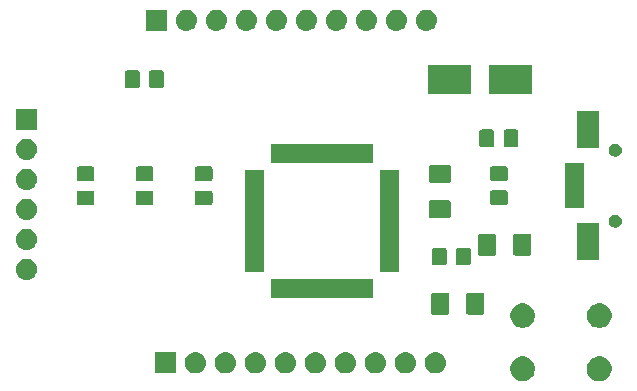
<source format=gbr>
G04 #@! TF.GenerationSoftware,KiCad,Pcbnew,5.0.2+dfsg1-1*
G04 #@! TF.CreationDate,2019-09-12T15:29:43-03:00*
G04 #@! TF.ProjectId,projeto1,70726f6a-6574-46f3-912e-6b696361645f,rev?*
G04 #@! TF.SameCoordinates,Original*
G04 #@! TF.FileFunction,Soldermask,Top*
G04 #@! TF.FilePolarity,Negative*
%FSLAX46Y46*%
G04 Gerber Fmt 4.6, Leading zero omitted, Abs format (unit mm)*
G04 Created by KiCad (PCBNEW 5.0.2+dfsg1-1) date qui 12 set 2019 15:29:43 -03*
%MOMM*%
%LPD*%
G01*
G04 APERTURE LIST*
%ADD10C,0.100000*%
G04 APERTURE END LIST*
D10*
G36*
X121806565Y-91489389D02*
X121997834Y-91568615D01*
X122169976Y-91683637D01*
X122316363Y-91830024D01*
X122431385Y-92002166D01*
X122510611Y-92193435D01*
X122551000Y-92396484D01*
X122551000Y-92603516D01*
X122510611Y-92806565D01*
X122431385Y-92997834D01*
X122316363Y-93169976D01*
X122169976Y-93316363D01*
X121997834Y-93431385D01*
X121806565Y-93510611D01*
X121603516Y-93551000D01*
X121396484Y-93551000D01*
X121193435Y-93510611D01*
X121002166Y-93431385D01*
X120830024Y-93316363D01*
X120683637Y-93169976D01*
X120568615Y-92997834D01*
X120489389Y-92806565D01*
X120449000Y-92603516D01*
X120449000Y-92396484D01*
X120489389Y-92193435D01*
X120568615Y-92002166D01*
X120683637Y-91830024D01*
X120830024Y-91683637D01*
X121002166Y-91568615D01*
X121193435Y-91489389D01*
X121396484Y-91449000D01*
X121603516Y-91449000D01*
X121806565Y-91489389D01*
X121806565Y-91489389D01*
G37*
G36*
X115306565Y-91489389D02*
X115497834Y-91568615D01*
X115669976Y-91683637D01*
X115816363Y-91830024D01*
X115931385Y-92002166D01*
X116010611Y-92193435D01*
X116051000Y-92396484D01*
X116051000Y-92603516D01*
X116010611Y-92806565D01*
X115931385Y-92997834D01*
X115816363Y-93169976D01*
X115669976Y-93316363D01*
X115497834Y-93431385D01*
X115306565Y-93510611D01*
X115103516Y-93551000D01*
X114896484Y-93551000D01*
X114693435Y-93510611D01*
X114502166Y-93431385D01*
X114330024Y-93316363D01*
X114183637Y-93169976D01*
X114068615Y-92997834D01*
X113989389Y-92806565D01*
X113949000Y-92603516D01*
X113949000Y-92396484D01*
X113989389Y-92193435D01*
X114068615Y-92002166D01*
X114183637Y-91830024D01*
X114330024Y-91683637D01*
X114502166Y-91568615D01*
X114693435Y-91489389D01*
X114896484Y-91449000D01*
X115103516Y-91449000D01*
X115306565Y-91489389D01*
X115306565Y-91489389D01*
G37*
G36*
X85661000Y-92901000D02*
X83859000Y-92901000D01*
X83859000Y-91099000D01*
X85661000Y-91099000D01*
X85661000Y-92901000D01*
X85661000Y-92901000D01*
G37*
G36*
X87410442Y-91105518D02*
X87476627Y-91112037D01*
X87589853Y-91146384D01*
X87646467Y-91163557D01*
X87785087Y-91237652D01*
X87802991Y-91247222D01*
X87838729Y-91276552D01*
X87940186Y-91359814D01*
X88013378Y-91449000D01*
X88052778Y-91497009D01*
X88052779Y-91497011D01*
X88136443Y-91653533D01*
X88136443Y-91653534D01*
X88187963Y-91823373D01*
X88205359Y-92000000D01*
X88187963Y-92176627D01*
X88182864Y-92193435D01*
X88136443Y-92346467D01*
X88109708Y-92396484D01*
X88052778Y-92502991D01*
X88023448Y-92538729D01*
X87940186Y-92640186D01*
X87838729Y-92723448D01*
X87802991Y-92752778D01*
X87802989Y-92752779D01*
X87646467Y-92836443D01*
X87589853Y-92853616D01*
X87476627Y-92887963D01*
X87410443Y-92894481D01*
X87344260Y-92901000D01*
X87255740Y-92901000D01*
X87189557Y-92894481D01*
X87123373Y-92887963D01*
X87010147Y-92853616D01*
X86953533Y-92836443D01*
X86797011Y-92752779D01*
X86797009Y-92752778D01*
X86761271Y-92723448D01*
X86659814Y-92640186D01*
X86576552Y-92538729D01*
X86547222Y-92502991D01*
X86490292Y-92396484D01*
X86463557Y-92346467D01*
X86417136Y-92193435D01*
X86412037Y-92176627D01*
X86394641Y-92000000D01*
X86412037Y-91823373D01*
X86463557Y-91653534D01*
X86463557Y-91653533D01*
X86547221Y-91497011D01*
X86547222Y-91497009D01*
X86586622Y-91449000D01*
X86659814Y-91359814D01*
X86761271Y-91276552D01*
X86797009Y-91247222D01*
X86814913Y-91237652D01*
X86953533Y-91163557D01*
X87010147Y-91146384D01*
X87123373Y-91112037D01*
X87189558Y-91105518D01*
X87255740Y-91099000D01*
X87344260Y-91099000D01*
X87410442Y-91105518D01*
X87410442Y-91105518D01*
G37*
G36*
X89950442Y-91105518D02*
X90016627Y-91112037D01*
X90129853Y-91146384D01*
X90186467Y-91163557D01*
X90325087Y-91237652D01*
X90342991Y-91247222D01*
X90378729Y-91276552D01*
X90480186Y-91359814D01*
X90553378Y-91449000D01*
X90592778Y-91497009D01*
X90592779Y-91497011D01*
X90676443Y-91653533D01*
X90676443Y-91653534D01*
X90727963Y-91823373D01*
X90745359Y-92000000D01*
X90727963Y-92176627D01*
X90722864Y-92193435D01*
X90676443Y-92346467D01*
X90649708Y-92396484D01*
X90592778Y-92502991D01*
X90563448Y-92538729D01*
X90480186Y-92640186D01*
X90378729Y-92723448D01*
X90342991Y-92752778D01*
X90342989Y-92752779D01*
X90186467Y-92836443D01*
X90129853Y-92853616D01*
X90016627Y-92887963D01*
X89950443Y-92894481D01*
X89884260Y-92901000D01*
X89795740Y-92901000D01*
X89729557Y-92894481D01*
X89663373Y-92887963D01*
X89550147Y-92853616D01*
X89493533Y-92836443D01*
X89337011Y-92752779D01*
X89337009Y-92752778D01*
X89301271Y-92723448D01*
X89199814Y-92640186D01*
X89116552Y-92538729D01*
X89087222Y-92502991D01*
X89030292Y-92396484D01*
X89003557Y-92346467D01*
X88957136Y-92193435D01*
X88952037Y-92176627D01*
X88934641Y-92000000D01*
X88952037Y-91823373D01*
X89003557Y-91653534D01*
X89003557Y-91653533D01*
X89087221Y-91497011D01*
X89087222Y-91497009D01*
X89126622Y-91449000D01*
X89199814Y-91359814D01*
X89301271Y-91276552D01*
X89337009Y-91247222D01*
X89354913Y-91237652D01*
X89493533Y-91163557D01*
X89550147Y-91146384D01*
X89663373Y-91112037D01*
X89729558Y-91105518D01*
X89795740Y-91099000D01*
X89884260Y-91099000D01*
X89950442Y-91105518D01*
X89950442Y-91105518D01*
G37*
G36*
X92490442Y-91105518D02*
X92556627Y-91112037D01*
X92669853Y-91146384D01*
X92726467Y-91163557D01*
X92865087Y-91237652D01*
X92882991Y-91247222D01*
X92918729Y-91276552D01*
X93020186Y-91359814D01*
X93093378Y-91449000D01*
X93132778Y-91497009D01*
X93132779Y-91497011D01*
X93216443Y-91653533D01*
X93216443Y-91653534D01*
X93267963Y-91823373D01*
X93285359Y-92000000D01*
X93267963Y-92176627D01*
X93262864Y-92193435D01*
X93216443Y-92346467D01*
X93189708Y-92396484D01*
X93132778Y-92502991D01*
X93103448Y-92538729D01*
X93020186Y-92640186D01*
X92918729Y-92723448D01*
X92882991Y-92752778D01*
X92882989Y-92752779D01*
X92726467Y-92836443D01*
X92669853Y-92853616D01*
X92556627Y-92887963D01*
X92490443Y-92894481D01*
X92424260Y-92901000D01*
X92335740Y-92901000D01*
X92269557Y-92894481D01*
X92203373Y-92887963D01*
X92090147Y-92853616D01*
X92033533Y-92836443D01*
X91877011Y-92752779D01*
X91877009Y-92752778D01*
X91841271Y-92723448D01*
X91739814Y-92640186D01*
X91656552Y-92538729D01*
X91627222Y-92502991D01*
X91570292Y-92396484D01*
X91543557Y-92346467D01*
X91497136Y-92193435D01*
X91492037Y-92176627D01*
X91474641Y-92000000D01*
X91492037Y-91823373D01*
X91543557Y-91653534D01*
X91543557Y-91653533D01*
X91627221Y-91497011D01*
X91627222Y-91497009D01*
X91666622Y-91449000D01*
X91739814Y-91359814D01*
X91841271Y-91276552D01*
X91877009Y-91247222D01*
X91894913Y-91237652D01*
X92033533Y-91163557D01*
X92090147Y-91146384D01*
X92203373Y-91112037D01*
X92269558Y-91105518D01*
X92335740Y-91099000D01*
X92424260Y-91099000D01*
X92490442Y-91105518D01*
X92490442Y-91105518D01*
G37*
G36*
X95030442Y-91105518D02*
X95096627Y-91112037D01*
X95209853Y-91146384D01*
X95266467Y-91163557D01*
X95405087Y-91237652D01*
X95422991Y-91247222D01*
X95458729Y-91276552D01*
X95560186Y-91359814D01*
X95633378Y-91449000D01*
X95672778Y-91497009D01*
X95672779Y-91497011D01*
X95756443Y-91653533D01*
X95756443Y-91653534D01*
X95807963Y-91823373D01*
X95825359Y-92000000D01*
X95807963Y-92176627D01*
X95802864Y-92193435D01*
X95756443Y-92346467D01*
X95729708Y-92396484D01*
X95672778Y-92502991D01*
X95643448Y-92538729D01*
X95560186Y-92640186D01*
X95458729Y-92723448D01*
X95422991Y-92752778D01*
X95422989Y-92752779D01*
X95266467Y-92836443D01*
X95209853Y-92853616D01*
X95096627Y-92887963D01*
X95030443Y-92894481D01*
X94964260Y-92901000D01*
X94875740Y-92901000D01*
X94809557Y-92894481D01*
X94743373Y-92887963D01*
X94630147Y-92853616D01*
X94573533Y-92836443D01*
X94417011Y-92752779D01*
X94417009Y-92752778D01*
X94381271Y-92723448D01*
X94279814Y-92640186D01*
X94196552Y-92538729D01*
X94167222Y-92502991D01*
X94110292Y-92396484D01*
X94083557Y-92346467D01*
X94037136Y-92193435D01*
X94032037Y-92176627D01*
X94014641Y-92000000D01*
X94032037Y-91823373D01*
X94083557Y-91653534D01*
X94083557Y-91653533D01*
X94167221Y-91497011D01*
X94167222Y-91497009D01*
X94206622Y-91449000D01*
X94279814Y-91359814D01*
X94381271Y-91276552D01*
X94417009Y-91247222D01*
X94434913Y-91237652D01*
X94573533Y-91163557D01*
X94630147Y-91146384D01*
X94743373Y-91112037D01*
X94809558Y-91105518D01*
X94875740Y-91099000D01*
X94964260Y-91099000D01*
X95030442Y-91105518D01*
X95030442Y-91105518D01*
G37*
G36*
X97570442Y-91105518D02*
X97636627Y-91112037D01*
X97749853Y-91146384D01*
X97806467Y-91163557D01*
X97945087Y-91237652D01*
X97962991Y-91247222D01*
X97998729Y-91276552D01*
X98100186Y-91359814D01*
X98173378Y-91449000D01*
X98212778Y-91497009D01*
X98212779Y-91497011D01*
X98296443Y-91653533D01*
X98296443Y-91653534D01*
X98347963Y-91823373D01*
X98365359Y-92000000D01*
X98347963Y-92176627D01*
X98342864Y-92193435D01*
X98296443Y-92346467D01*
X98269708Y-92396484D01*
X98212778Y-92502991D01*
X98183448Y-92538729D01*
X98100186Y-92640186D01*
X97998729Y-92723448D01*
X97962991Y-92752778D01*
X97962989Y-92752779D01*
X97806467Y-92836443D01*
X97749853Y-92853616D01*
X97636627Y-92887963D01*
X97570443Y-92894481D01*
X97504260Y-92901000D01*
X97415740Y-92901000D01*
X97349557Y-92894481D01*
X97283373Y-92887963D01*
X97170147Y-92853616D01*
X97113533Y-92836443D01*
X96957011Y-92752779D01*
X96957009Y-92752778D01*
X96921271Y-92723448D01*
X96819814Y-92640186D01*
X96736552Y-92538729D01*
X96707222Y-92502991D01*
X96650292Y-92396484D01*
X96623557Y-92346467D01*
X96577136Y-92193435D01*
X96572037Y-92176627D01*
X96554641Y-92000000D01*
X96572037Y-91823373D01*
X96623557Y-91653534D01*
X96623557Y-91653533D01*
X96707221Y-91497011D01*
X96707222Y-91497009D01*
X96746622Y-91449000D01*
X96819814Y-91359814D01*
X96921271Y-91276552D01*
X96957009Y-91247222D01*
X96974913Y-91237652D01*
X97113533Y-91163557D01*
X97170147Y-91146384D01*
X97283373Y-91112037D01*
X97349558Y-91105518D01*
X97415740Y-91099000D01*
X97504260Y-91099000D01*
X97570442Y-91105518D01*
X97570442Y-91105518D01*
G37*
G36*
X100110442Y-91105518D02*
X100176627Y-91112037D01*
X100289853Y-91146384D01*
X100346467Y-91163557D01*
X100485087Y-91237652D01*
X100502991Y-91247222D01*
X100538729Y-91276552D01*
X100640186Y-91359814D01*
X100713378Y-91449000D01*
X100752778Y-91497009D01*
X100752779Y-91497011D01*
X100836443Y-91653533D01*
X100836443Y-91653534D01*
X100887963Y-91823373D01*
X100905359Y-92000000D01*
X100887963Y-92176627D01*
X100882864Y-92193435D01*
X100836443Y-92346467D01*
X100809708Y-92396484D01*
X100752778Y-92502991D01*
X100723448Y-92538729D01*
X100640186Y-92640186D01*
X100538729Y-92723448D01*
X100502991Y-92752778D01*
X100502989Y-92752779D01*
X100346467Y-92836443D01*
X100289853Y-92853616D01*
X100176627Y-92887963D01*
X100110443Y-92894481D01*
X100044260Y-92901000D01*
X99955740Y-92901000D01*
X99889557Y-92894481D01*
X99823373Y-92887963D01*
X99710147Y-92853616D01*
X99653533Y-92836443D01*
X99497011Y-92752779D01*
X99497009Y-92752778D01*
X99461271Y-92723448D01*
X99359814Y-92640186D01*
X99276552Y-92538729D01*
X99247222Y-92502991D01*
X99190292Y-92396484D01*
X99163557Y-92346467D01*
X99117136Y-92193435D01*
X99112037Y-92176627D01*
X99094641Y-92000000D01*
X99112037Y-91823373D01*
X99163557Y-91653534D01*
X99163557Y-91653533D01*
X99247221Y-91497011D01*
X99247222Y-91497009D01*
X99286622Y-91449000D01*
X99359814Y-91359814D01*
X99461271Y-91276552D01*
X99497009Y-91247222D01*
X99514913Y-91237652D01*
X99653533Y-91163557D01*
X99710147Y-91146384D01*
X99823373Y-91112037D01*
X99889558Y-91105518D01*
X99955740Y-91099000D01*
X100044260Y-91099000D01*
X100110442Y-91105518D01*
X100110442Y-91105518D01*
G37*
G36*
X102650442Y-91105518D02*
X102716627Y-91112037D01*
X102829853Y-91146384D01*
X102886467Y-91163557D01*
X103025087Y-91237652D01*
X103042991Y-91247222D01*
X103078729Y-91276552D01*
X103180186Y-91359814D01*
X103253378Y-91449000D01*
X103292778Y-91497009D01*
X103292779Y-91497011D01*
X103376443Y-91653533D01*
X103376443Y-91653534D01*
X103427963Y-91823373D01*
X103445359Y-92000000D01*
X103427963Y-92176627D01*
X103422864Y-92193435D01*
X103376443Y-92346467D01*
X103349708Y-92396484D01*
X103292778Y-92502991D01*
X103263448Y-92538729D01*
X103180186Y-92640186D01*
X103078729Y-92723448D01*
X103042991Y-92752778D01*
X103042989Y-92752779D01*
X102886467Y-92836443D01*
X102829853Y-92853616D01*
X102716627Y-92887963D01*
X102650443Y-92894481D01*
X102584260Y-92901000D01*
X102495740Y-92901000D01*
X102429557Y-92894481D01*
X102363373Y-92887963D01*
X102250147Y-92853616D01*
X102193533Y-92836443D01*
X102037011Y-92752779D01*
X102037009Y-92752778D01*
X102001271Y-92723448D01*
X101899814Y-92640186D01*
X101816552Y-92538729D01*
X101787222Y-92502991D01*
X101730292Y-92396484D01*
X101703557Y-92346467D01*
X101657136Y-92193435D01*
X101652037Y-92176627D01*
X101634641Y-92000000D01*
X101652037Y-91823373D01*
X101703557Y-91653534D01*
X101703557Y-91653533D01*
X101787221Y-91497011D01*
X101787222Y-91497009D01*
X101826622Y-91449000D01*
X101899814Y-91359814D01*
X102001271Y-91276552D01*
X102037009Y-91247222D01*
X102054913Y-91237652D01*
X102193533Y-91163557D01*
X102250147Y-91146384D01*
X102363373Y-91112037D01*
X102429558Y-91105518D01*
X102495740Y-91099000D01*
X102584260Y-91099000D01*
X102650442Y-91105518D01*
X102650442Y-91105518D01*
G37*
G36*
X105190442Y-91105518D02*
X105256627Y-91112037D01*
X105369853Y-91146384D01*
X105426467Y-91163557D01*
X105565087Y-91237652D01*
X105582991Y-91247222D01*
X105618729Y-91276552D01*
X105720186Y-91359814D01*
X105793378Y-91449000D01*
X105832778Y-91497009D01*
X105832779Y-91497011D01*
X105916443Y-91653533D01*
X105916443Y-91653534D01*
X105967963Y-91823373D01*
X105985359Y-92000000D01*
X105967963Y-92176627D01*
X105962864Y-92193435D01*
X105916443Y-92346467D01*
X105889708Y-92396484D01*
X105832778Y-92502991D01*
X105803448Y-92538729D01*
X105720186Y-92640186D01*
X105618729Y-92723448D01*
X105582991Y-92752778D01*
X105582989Y-92752779D01*
X105426467Y-92836443D01*
X105369853Y-92853616D01*
X105256627Y-92887963D01*
X105190443Y-92894481D01*
X105124260Y-92901000D01*
X105035740Y-92901000D01*
X104969557Y-92894481D01*
X104903373Y-92887963D01*
X104790147Y-92853616D01*
X104733533Y-92836443D01*
X104577011Y-92752779D01*
X104577009Y-92752778D01*
X104541271Y-92723448D01*
X104439814Y-92640186D01*
X104356552Y-92538729D01*
X104327222Y-92502991D01*
X104270292Y-92396484D01*
X104243557Y-92346467D01*
X104197136Y-92193435D01*
X104192037Y-92176627D01*
X104174641Y-92000000D01*
X104192037Y-91823373D01*
X104243557Y-91653534D01*
X104243557Y-91653533D01*
X104327221Y-91497011D01*
X104327222Y-91497009D01*
X104366622Y-91449000D01*
X104439814Y-91359814D01*
X104541271Y-91276552D01*
X104577009Y-91247222D01*
X104594913Y-91237652D01*
X104733533Y-91163557D01*
X104790147Y-91146384D01*
X104903373Y-91112037D01*
X104969558Y-91105518D01*
X105035740Y-91099000D01*
X105124260Y-91099000D01*
X105190442Y-91105518D01*
X105190442Y-91105518D01*
G37*
G36*
X107730442Y-91105518D02*
X107796627Y-91112037D01*
X107909853Y-91146384D01*
X107966467Y-91163557D01*
X108105087Y-91237652D01*
X108122991Y-91247222D01*
X108158729Y-91276552D01*
X108260186Y-91359814D01*
X108333378Y-91449000D01*
X108372778Y-91497009D01*
X108372779Y-91497011D01*
X108456443Y-91653533D01*
X108456443Y-91653534D01*
X108507963Y-91823373D01*
X108525359Y-92000000D01*
X108507963Y-92176627D01*
X108502864Y-92193435D01*
X108456443Y-92346467D01*
X108429708Y-92396484D01*
X108372778Y-92502991D01*
X108343448Y-92538729D01*
X108260186Y-92640186D01*
X108158729Y-92723448D01*
X108122991Y-92752778D01*
X108122989Y-92752779D01*
X107966467Y-92836443D01*
X107909853Y-92853616D01*
X107796627Y-92887963D01*
X107730443Y-92894481D01*
X107664260Y-92901000D01*
X107575740Y-92901000D01*
X107509557Y-92894481D01*
X107443373Y-92887963D01*
X107330147Y-92853616D01*
X107273533Y-92836443D01*
X107117011Y-92752779D01*
X107117009Y-92752778D01*
X107081271Y-92723448D01*
X106979814Y-92640186D01*
X106896552Y-92538729D01*
X106867222Y-92502991D01*
X106810292Y-92396484D01*
X106783557Y-92346467D01*
X106737136Y-92193435D01*
X106732037Y-92176627D01*
X106714641Y-92000000D01*
X106732037Y-91823373D01*
X106783557Y-91653534D01*
X106783557Y-91653533D01*
X106867221Y-91497011D01*
X106867222Y-91497009D01*
X106906622Y-91449000D01*
X106979814Y-91359814D01*
X107081271Y-91276552D01*
X107117009Y-91247222D01*
X107134913Y-91237652D01*
X107273533Y-91163557D01*
X107330147Y-91146384D01*
X107443373Y-91112037D01*
X107509558Y-91105518D01*
X107575740Y-91099000D01*
X107664260Y-91099000D01*
X107730442Y-91105518D01*
X107730442Y-91105518D01*
G37*
G36*
X115306565Y-86989389D02*
X115497834Y-87068615D01*
X115669976Y-87183637D01*
X115816363Y-87330024D01*
X115931385Y-87502166D01*
X116010611Y-87693435D01*
X116051000Y-87896484D01*
X116051000Y-88103516D01*
X116010611Y-88306565D01*
X115931385Y-88497834D01*
X115816363Y-88669976D01*
X115669976Y-88816363D01*
X115497834Y-88931385D01*
X115306565Y-89010611D01*
X115103516Y-89051000D01*
X114896484Y-89051000D01*
X114693435Y-89010611D01*
X114502166Y-88931385D01*
X114330024Y-88816363D01*
X114183637Y-88669976D01*
X114068615Y-88497834D01*
X113989389Y-88306565D01*
X113949000Y-88103516D01*
X113949000Y-87896484D01*
X113989389Y-87693435D01*
X114068615Y-87502166D01*
X114183637Y-87330024D01*
X114330024Y-87183637D01*
X114502166Y-87068615D01*
X114693435Y-86989389D01*
X114896484Y-86949000D01*
X115103516Y-86949000D01*
X115306565Y-86989389D01*
X115306565Y-86989389D01*
G37*
G36*
X121806565Y-86989389D02*
X121997834Y-87068615D01*
X122169976Y-87183637D01*
X122316363Y-87330024D01*
X122431385Y-87502166D01*
X122510611Y-87693435D01*
X122551000Y-87896484D01*
X122551000Y-88103516D01*
X122510611Y-88306565D01*
X122431385Y-88497834D01*
X122316363Y-88669976D01*
X122169976Y-88816363D01*
X121997834Y-88931385D01*
X121806565Y-89010611D01*
X121603516Y-89051000D01*
X121396484Y-89051000D01*
X121193435Y-89010611D01*
X121002166Y-88931385D01*
X120830024Y-88816363D01*
X120683637Y-88669976D01*
X120568615Y-88497834D01*
X120489389Y-88306565D01*
X120449000Y-88103516D01*
X120449000Y-87896484D01*
X120489389Y-87693435D01*
X120568615Y-87502166D01*
X120683637Y-87330024D01*
X120830024Y-87183637D01*
X121002166Y-87068615D01*
X121193435Y-86989389D01*
X121396484Y-86949000D01*
X121603516Y-86949000D01*
X121806565Y-86989389D01*
X121806565Y-86989389D01*
G37*
G36*
X108638062Y-86078181D02*
X108672977Y-86088773D01*
X108705165Y-86105978D01*
X108733373Y-86129127D01*
X108756522Y-86157335D01*
X108773727Y-86189523D01*
X108784319Y-86224438D01*
X108788500Y-86266895D01*
X108788500Y-87733105D01*
X108784319Y-87775562D01*
X108773727Y-87810477D01*
X108756522Y-87842665D01*
X108733373Y-87870873D01*
X108705165Y-87894022D01*
X108672977Y-87911227D01*
X108638062Y-87921819D01*
X108595605Y-87926000D01*
X107454395Y-87926000D01*
X107411938Y-87921819D01*
X107377023Y-87911227D01*
X107344835Y-87894022D01*
X107316627Y-87870873D01*
X107293478Y-87842665D01*
X107276273Y-87810477D01*
X107265681Y-87775562D01*
X107261500Y-87733105D01*
X107261500Y-86266895D01*
X107265681Y-86224438D01*
X107276273Y-86189523D01*
X107293478Y-86157335D01*
X107316627Y-86129127D01*
X107344835Y-86105978D01*
X107377023Y-86088773D01*
X107411938Y-86078181D01*
X107454395Y-86074000D01*
X108595605Y-86074000D01*
X108638062Y-86078181D01*
X108638062Y-86078181D01*
G37*
G36*
X111613062Y-86078181D02*
X111647977Y-86088773D01*
X111680165Y-86105978D01*
X111708373Y-86129127D01*
X111731522Y-86157335D01*
X111748727Y-86189523D01*
X111759319Y-86224438D01*
X111763500Y-86266895D01*
X111763500Y-87733105D01*
X111759319Y-87775562D01*
X111748727Y-87810477D01*
X111731522Y-87842665D01*
X111708373Y-87870873D01*
X111680165Y-87894022D01*
X111647977Y-87911227D01*
X111613062Y-87921819D01*
X111570605Y-87926000D01*
X110429395Y-87926000D01*
X110386938Y-87921819D01*
X110352023Y-87911227D01*
X110319835Y-87894022D01*
X110291627Y-87870873D01*
X110268478Y-87842665D01*
X110251273Y-87810477D01*
X110240681Y-87775562D01*
X110236500Y-87733105D01*
X110236500Y-86266895D01*
X110240681Y-86224438D01*
X110251273Y-86189523D01*
X110268478Y-86157335D01*
X110291627Y-86129127D01*
X110319835Y-86105978D01*
X110352023Y-86088773D01*
X110386938Y-86078181D01*
X110429395Y-86074000D01*
X111570605Y-86074000D01*
X111613062Y-86078181D01*
X111613062Y-86078181D01*
G37*
G36*
X102326000Y-86501000D02*
X93674000Y-86501000D01*
X93674000Y-84899000D01*
X102326000Y-84899000D01*
X102326000Y-86501000D01*
X102326000Y-86501000D01*
G37*
G36*
X73110442Y-83185518D02*
X73176627Y-83192037D01*
X73289853Y-83226384D01*
X73346467Y-83243557D01*
X73485087Y-83317652D01*
X73502991Y-83327222D01*
X73538729Y-83356552D01*
X73640186Y-83439814D01*
X73710916Y-83526000D01*
X73752778Y-83577009D01*
X73752779Y-83577011D01*
X73836443Y-83733533D01*
X73836443Y-83733534D01*
X73887963Y-83903373D01*
X73905359Y-84080000D01*
X73887963Y-84256627D01*
X73866919Y-84326000D01*
X73836443Y-84426467D01*
X73762348Y-84565087D01*
X73752778Y-84582991D01*
X73723448Y-84618729D01*
X73640186Y-84720186D01*
X73538729Y-84803448D01*
X73502991Y-84832778D01*
X73502989Y-84832779D01*
X73346467Y-84916443D01*
X73289853Y-84933616D01*
X73176627Y-84967963D01*
X73110443Y-84974481D01*
X73044260Y-84981000D01*
X72955740Y-84981000D01*
X72889557Y-84974481D01*
X72823373Y-84967963D01*
X72710147Y-84933616D01*
X72653533Y-84916443D01*
X72497011Y-84832779D01*
X72497009Y-84832778D01*
X72461271Y-84803448D01*
X72359814Y-84720186D01*
X72276552Y-84618729D01*
X72247222Y-84582991D01*
X72237652Y-84565087D01*
X72163557Y-84426467D01*
X72133081Y-84326000D01*
X72112037Y-84256627D01*
X72094641Y-84080000D01*
X72112037Y-83903373D01*
X72163557Y-83733534D01*
X72163557Y-83733533D01*
X72247221Y-83577011D01*
X72247222Y-83577009D01*
X72289084Y-83526000D01*
X72359814Y-83439814D01*
X72461271Y-83356552D01*
X72497009Y-83327222D01*
X72514913Y-83317652D01*
X72653533Y-83243557D01*
X72710147Y-83226384D01*
X72823373Y-83192037D01*
X72889558Y-83185518D01*
X72955740Y-83179000D01*
X73044260Y-83179000D01*
X73110442Y-83185518D01*
X73110442Y-83185518D01*
G37*
G36*
X93101000Y-84326000D02*
X91499000Y-84326000D01*
X91499000Y-75674000D01*
X93101000Y-75674000D01*
X93101000Y-84326000D01*
X93101000Y-84326000D01*
G37*
G36*
X104501000Y-84326000D02*
X102899000Y-84326000D01*
X102899000Y-75674000D01*
X104501000Y-75674000D01*
X104501000Y-84326000D01*
X104501000Y-84326000D01*
G37*
G36*
X108413677Y-82253465D02*
X108451364Y-82264898D01*
X108486103Y-82283466D01*
X108516548Y-82308452D01*
X108541534Y-82338897D01*
X108560102Y-82373636D01*
X108571535Y-82411323D01*
X108576000Y-82456661D01*
X108576000Y-83543339D01*
X108571535Y-83588677D01*
X108560102Y-83626364D01*
X108541534Y-83661103D01*
X108516548Y-83691548D01*
X108486103Y-83716534D01*
X108451364Y-83735102D01*
X108413677Y-83746535D01*
X108368339Y-83751000D01*
X107531661Y-83751000D01*
X107486323Y-83746535D01*
X107448636Y-83735102D01*
X107413897Y-83716534D01*
X107383452Y-83691548D01*
X107358466Y-83661103D01*
X107339898Y-83626364D01*
X107328465Y-83588677D01*
X107324000Y-83543339D01*
X107324000Y-82456661D01*
X107328465Y-82411323D01*
X107339898Y-82373636D01*
X107358466Y-82338897D01*
X107383452Y-82308452D01*
X107413897Y-82283466D01*
X107448636Y-82264898D01*
X107486323Y-82253465D01*
X107531661Y-82249000D01*
X108368339Y-82249000D01*
X108413677Y-82253465D01*
X108413677Y-82253465D01*
G37*
G36*
X110463677Y-82253465D02*
X110501364Y-82264898D01*
X110536103Y-82283466D01*
X110566548Y-82308452D01*
X110591534Y-82338897D01*
X110610102Y-82373636D01*
X110621535Y-82411323D01*
X110626000Y-82456661D01*
X110626000Y-83543339D01*
X110621535Y-83588677D01*
X110610102Y-83626364D01*
X110591534Y-83661103D01*
X110566548Y-83691548D01*
X110536103Y-83716534D01*
X110501364Y-83735102D01*
X110463677Y-83746535D01*
X110418339Y-83751000D01*
X109581661Y-83751000D01*
X109536323Y-83746535D01*
X109498636Y-83735102D01*
X109463897Y-83716534D01*
X109433452Y-83691548D01*
X109408466Y-83661103D01*
X109389898Y-83626364D01*
X109378465Y-83588677D01*
X109374000Y-83543339D01*
X109374000Y-82456661D01*
X109378465Y-82411323D01*
X109389898Y-82373636D01*
X109408466Y-82338897D01*
X109433452Y-82308452D01*
X109463897Y-82283466D01*
X109498636Y-82264898D01*
X109536323Y-82253465D01*
X109581661Y-82249000D01*
X110418339Y-82249000D01*
X110463677Y-82253465D01*
X110463677Y-82253465D01*
G37*
G36*
X121501000Y-83301000D02*
X119599000Y-83301000D01*
X119599000Y-80199000D01*
X121501000Y-80199000D01*
X121501000Y-83301000D01*
X121501000Y-83301000D01*
G37*
G36*
X112613062Y-81078181D02*
X112647977Y-81088773D01*
X112680165Y-81105978D01*
X112708373Y-81129127D01*
X112731522Y-81157335D01*
X112748727Y-81189523D01*
X112759319Y-81224438D01*
X112763500Y-81266895D01*
X112763500Y-82733105D01*
X112759319Y-82775562D01*
X112748727Y-82810477D01*
X112731522Y-82842665D01*
X112708373Y-82870873D01*
X112680165Y-82894022D01*
X112647977Y-82911227D01*
X112613062Y-82921819D01*
X112570605Y-82926000D01*
X111429395Y-82926000D01*
X111386938Y-82921819D01*
X111352023Y-82911227D01*
X111319835Y-82894022D01*
X111291627Y-82870873D01*
X111268478Y-82842665D01*
X111251273Y-82810477D01*
X111240681Y-82775562D01*
X111236500Y-82733105D01*
X111236500Y-81266895D01*
X111240681Y-81224438D01*
X111251273Y-81189523D01*
X111268478Y-81157335D01*
X111291627Y-81129127D01*
X111319835Y-81105978D01*
X111352023Y-81088773D01*
X111386938Y-81078181D01*
X111429395Y-81074000D01*
X112570605Y-81074000D01*
X112613062Y-81078181D01*
X112613062Y-81078181D01*
G37*
G36*
X115588062Y-81078181D02*
X115622977Y-81088773D01*
X115655165Y-81105978D01*
X115683373Y-81129127D01*
X115706522Y-81157335D01*
X115723727Y-81189523D01*
X115734319Y-81224438D01*
X115738500Y-81266895D01*
X115738500Y-82733105D01*
X115734319Y-82775562D01*
X115723727Y-82810477D01*
X115706522Y-82842665D01*
X115683373Y-82870873D01*
X115655165Y-82894022D01*
X115622977Y-82911227D01*
X115588062Y-82921819D01*
X115545605Y-82926000D01*
X114404395Y-82926000D01*
X114361938Y-82921819D01*
X114327023Y-82911227D01*
X114294835Y-82894022D01*
X114266627Y-82870873D01*
X114243478Y-82842665D01*
X114226273Y-82810477D01*
X114215681Y-82775562D01*
X114211500Y-82733105D01*
X114211500Y-81266895D01*
X114215681Y-81224438D01*
X114226273Y-81189523D01*
X114243478Y-81157335D01*
X114266627Y-81129127D01*
X114294835Y-81105978D01*
X114327023Y-81088773D01*
X114361938Y-81078181D01*
X114404395Y-81074000D01*
X115545605Y-81074000D01*
X115588062Y-81078181D01*
X115588062Y-81078181D01*
G37*
G36*
X73110443Y-80645519D02*
X73176627Y-80652037D01*
X73289853Y-80686384D01*
X73346467Y-80703557D01*
X73485087Y-80777652D01*
X73502991Y-80787222D01*
X73538729Y-80816552D01*
X73640186Y-80899814D01*
X73723448Y-81001271D01*
X73752778Y-81037009D01*
X73752779Y-81037011D01*
X73836443Y-81193533D01*
X73836443Y-81193534D01*
X73887963Y-81363373D01*
X73905359Y-81540000D01*
X73887963Y-81716627D01*
X73853616Y-81829853D01*
X73836443Y-81886467D01*
X73762348Y-82025087D01*
X73752778Y-82042991D01*
X73727329Y-82074000D01*
X73640186Y-82180186D01*
X73550894Y-82253465D01*
X73502991Y-82292778D01*
X73502989Y-82292779D01*
X73346467Y-82376443D01*
X73289853Y-82393616D01*
X73176627Y-82427963D01*
X73110442Y-82434482D01*
X73044260Y-82441000D01*
X72955740Y-82441000D01*
X72889558Y-82434482D01*
X72823373Y-82427963D01*
X72710147Y-82393616D01*
X72653533Y-82376443D01*
X72497011Y-82292779D01*
X72497009Y-82292778D01*
X72449106Y-82253465D01*
X72359814Y-82180186D01*
X72272671Y-82074000D01*
X72247222Y-82042991D01*
X72237652Y-82025087D01*
X72163557Y-81886467D01*
X72146384Y-81829853D01*
X72112037Y-81716627D01*
X72094641Y-81540000D01*
X72112037Y-81363373D01*
X72163557Y-81193534D01*
X72163557Y-81193533D01*
X72247221Y-81037011D01*
X72247222Y-81037009D01*
X72276552Y-81001271D01*
X72359814Y-80899814D01*
X72461271Y-80816552D01*
X72497009Y-80787222D01*
X72514913Y-80777652D01*
X72653533Y-80703557D01*
X72710147Y-80686384D01*
X72823373Y-80652037D01*
X72889557Y-80645519D01*
X72955740Y-80639000D01*
X73044260Y-80639000D01*
X73110443Y-80645519D01*
X73110443Y-80645519D01*
G37*
G36*
X123010721Y-79470174D02*
X123110995Y-79511709D01*
X123201245Y-79572012D01*
X123277988Y-79648755D01*
X123338291Y-79739005D01*
X123379826Y-79839279D01*
X123401000Y-79945730D01*
X123401000Y-80054270D01*
X123379826Y-80160721D01*
X123338291Y-80260995D01*
X123277988Y-80351245D01*
X123201245Y-80427988D01*
X123110995Y-80488291D01*
X123010721Y-80529826D01*
X122904270Y-80551000D01*
X122795730Y-80551000D01*
X122689279Y-80529826D01*
X122589005Y-80488291D01*
X122498755Y-80427988D01*
X122422012Y-80351245D01*
X122361709Y-80260995D01*
X122320174Y-80160721D01*
X122299000Y-80054270D01*
X122299000Y-79945730D01*
X122320174Y-79839279D01*
X122361709Y-79739005D01*
X122422012Y-79648755D01*
X122498755Y-79572012D01*
X122589005Y-79511709D01*
X122689279Y-79470174D01*
X122795730Y-79449000D01*
X122904270Y-79449000D01*
X123010721Y-79470174D01*
X123010721Y-79470174D01*
G37*
G36*
X73110442Y-78105518D02*
X73176627Y-78112037D01*
X73289853Y-78146384D01*
X73346467Y-78163557D01*
X73482932Y-78236500D01*
X73502991Y-78247222D01*
X73528891Y-78268478D01*
X73640186Y-78359814D01*
X73699365Y-78431925D01*
X73752778Y-78497009D01*
X73752779Y-78497011D01*
X73836443Y-78653533D01*
X73841904Y-78671535D01*
X73887963Y-78823373D01*
X73905359Y-79000000D01*
X73887963Y-79176627D01*
X73853616Y-79289853D01*
X73836443Y-79346467D01*
X73781637Y-79449000D01*
X73752778Y-79502991D01*
X73745623Y-79511709D01*
X73640186Y-79640186D01*
X73544939Y-79718352D01*
X73502991Y-79752778D01*
X73502989Y-79752779D01*
X73346467Y-79836443D01*
X73289853Y-79853616D01*
X73176627Y-79887963D01*
X73110442Y-79894482D01*
X73044260Y-79901000D01*
X72955740Y-79901000D01*
X72889558Y-79894482D01*
X72823373Y-79887963D01*
X72710147Y-79853616D01*
X72653533Y-79836443D01*
X72497011Y-79752779D01*
X72497009Y-79752778D01*
X72455061Y-79718352D01*
X72359814Y-79640186D01*
X72254377Y-79511709D01*
X72247222Y-79502991D01*
X72218363Y-79449000D01*
X72163557Y-79346467D01*
X72146384Y-79289853D01*
X72112037Y-79176627D01*
X72094641Y-79000000D01*
X72112037Y-78823373D01*
X72158096Y-78671535D01*
X72163557Y-78653533D01*
X72247221Y-78497011D01*
X72247222Y-78497009D01*
X72300635Y-78431925D01*
X72359814Y-78359814D01*
X72471109Y-78268478D01*
X72497009Y-78247222D01*
X72517068Y-78236500D01*
X72653533Y-78163557D01*
X72710147Y-78146384D01*
X72823373Y-78112037D01*
X72889558Y-78105518D01*
X72955740Y-78099000D01*
X73044260Y-78099000D01*
X73110442Y-78105518D01*
X73110442Y-78105518D01*
G37*
G36*
X108775562Y-78240681D02*
X108810477Y-78251273D01*
X108842665Y-78268478D01*
X108870873Y-78291627D01*
X108894022Y-78319835D01*
X108911227Y-78352023D01*
X108921819Y-78386938D01*
X108926000Y-78429395D01*
X108926000Y-79570605D01*
X108921819Y-79613062D01*
X108911227Y-79647977D01*
X108894022Y-79680165D01*
X108870873Y-79708373D01*
X108842665Y-79731522D01*
X108810477Y-79748727D01*
X108775562Y-79759319D01*
X108733105Y-79763500D01*
X107266895Y-79763500D01*
X107224438Y-79759319D01*
X107189523Y-79748727D01*
X107157335Y-79731522D01*
X107129127Y-79708373D01*
X107105978Y-79680165D01*
X107088773Y-79647977D01*
X107078181Y-79613062D01*
X107074000Y-79570605D01*
X107074000Y-78429395D01*
X107078181Y-78386938D01*
X107088773Y-78352023D01*
X107105978Y-78319835D01*
X107129127Y-78291627D01*
X107157335Y-78268478D01*
X107189523Y-78251273D01*
X107224438Y-78240681D01*
X107266895Y-78236500D01*
X108733105Y-78236500D01*
X108775562Y-78240681D01*
X108775562Y-78240681D01*
G37*
G36*
X120201000Y-78901000D02*
X118599000Y-78901000D01*
X118599000Y-75099000D01*
X120201000Y-75099000D01*
X120201000Y-78901000D01*
X120201000Y-78901000D01*
G37*
G36*
X88588677Y-77428465D02*
X88626364Y-77439898D01*
X88661103Y-77458466D01*
X88691548Y-77483452D01*
X88716534Y-77513897D01*
X88735102Y-77548636D01*
X88746535Y-77586323D01*
X88751000Y-77631661D01*
X88751000Y-78468339D01*
X88746535Y-78513677D01*
X88735102Y-78551364D01*
X88716534Y-78586103D01*
X88691548Y-78616548D01*
X88661103Y-78641534D01*
X88626364Y-78660102D01*
X88588677Y-78671535D01*
X88543339Y-78676000D01*
X87456661Y-78676000D01*
X87411323Y-78671535D01*
X87373636Y-78660102D01*
X87338897Y-78641534D01*
X87308452Y-78616548D01*
X87283466Y-78586103D01*
X87264898Y-78551364D01*
X87253465Y-78513677D01*
X87249000Y-78468339D01*
X87249000Y-77631661D01*
X87253465Y-77586323D01*
X87264898Y-77548636D01*
X87283466Y-77513897D01*
X87308452Y-77483452D01*
X87338897Y-77458466D01*
X87373636Y-77439898D01*
X87411323Y-77428465D01*
X87456661Y-77424000D01*
X88543339Y-77424000D01*
X88588677Y-77428465D01*
X88588677Y-77428465D01*
G37*
G36*
X78588677Y-77428465D02*
X78626364Y-77439898D01*
X78661103Y-77458466D01*
X78691548Y-77483452D01*
X78716534Y-77513897D01*
X78735102Y-77548636D01*
X78746535Y-77586323D01*
X78751000Y-77631661D01*
X78751000Y-78468339D01*
X78746535Y-78513677D01*
X78735102Y-78551364D01*
X78716534Y-78586103D01*
X78691548Y-78616548D01*
X78661103Y-78641534D01*
X78626364Y-78660102D01*
X78588677Y-78671535D01*
X78543339Y-78676000D01*
X77456661Y-78676000D01*
X77411323Y-78671535D01*
X77373636Y-78660102D01*
X77338897Y-78641534D01*
X77308452Y-78616548D01*
X77283466Y-78586103D01*
X77264898Y-78551364D01*
X77253465Y-78513677D01*
X77249000Y-78468339D01*
X77249000Y-77631661D01*
X77253465Y-77586323D01*
X77264898Y-77548636D01*
X77283466Y-77513897D01*
X77308452Y-77483452D01*
X77338897Y-77458466D01*
X77373636Y-77439898D01*
X77411323Y-77428465D01*
X77456661Y-77424000D01*
X78543339Y-77424000D01*
X78588677Y-77428465D01*
X78588677Y-77428465D01*
G37*
G36*
X83588677Y-77428465D02*
X83626364Y-77439898D01*
X83661103Y-77458466D01*
X83691548Y-77483452D01*
X83716534Y-77513897D01*
X83735102Y-77548636D01*
X83746535Y-77586323D01*
X83751000Y-77631661D01*
X83751000Y-78468339D01*
X83746535Y-78513677D01*
X83735102Y-78551364D01*
X83716534Y-78586103D01*
X83691548Y-78616548D01*
X83661103Y-78641534D01*
X83626364Y-78660102D01*
X83588677Y-78671535D01*
X83543339Y-78676000D01*
X82456661Y-78676000D01*
X82411323Y-78671535D01*
X82373636Y-78660102D01*
X82338897Y-78641534D01*
X82308452Y-78616548D01*
X82283466Y-78586103D01*
X82264898Y-78551364D01*
X82253465Y-78513677D01*
X82249000Y-78468339D01*
X82249000Y-77631661D01*
X82253465Y-77586323D01*
X82264898Y-77548636D01*
X82283466Y-77513897D01*
X82308452Y-77483452D01*
X82338897Y-77458466D01*
X82373636Y-77439898D01*
X82411323Y-77428465D01*
X82456661Y-77424000D01*
X83543339Y-77424000D01*
X83588677Y-77428465D01*
X83588677Y-77428465D01*
G37*
G36*
X113588677Y-77403465D02*
X113626364Y-77414898D01*
X113661103Y-77433466D01*
X113691548Y-77458452D01*
X113716534Y-77488897D01*
X113735102Y-77523636D01*
X113746535Y-77561323D01*
X113751000Y-77606661D01*
X113751000Y-78443339D01*
X113746535Y-78488677D01*
X113735102Y-78526364D01*
X113716534Y-78561103D01*
X113691548Y-78591548D01*
X113661103Y-78616534D01*
X113626364Y-78635102D01*
X113588677Y-78646535D01*
X113543339Y-78651000D01*
X112456661Y-78651000D01*
X112411323Y-78646535D01*
X112373636Y-78635102D01*
X112338897Y-78616534D01*
X112308452Y-78591548D01*
X112283466Y-78561103D01*
X112264898Y-78526364D01*
X112253465Y-78488677D01*
X112249000Y-78443339D01*
X112249000Y-77606661D01*
X112253465Y-77561323D01*
X112264898Y-77523636D01*
X112283466Y-77488897D01*
X112308452Y-77458452D01*
X112338897Y-77433466D01*
X112373636Y-77414898D01*
X112411323Y-77403465D01*
X112456661Y-77399000D01*
X113543339Y-77399000D01*
X113588677Y-77403465D01*
X113588677Y-77403465D01*
G37*
G36*
X73110443Y-75565519D02*
X73176627Y-75572037D01*
X73289853Y-75606384D01*
X73346467Y-75623557D01*
X73485087Y-75697652D01*
X73502991Y-75707222D01*
X73538729Y-75736552D01*
X73640186Y-75819814D01*
X73705171Y-75899000D01*
X73752778Y-75957009D01*
X73752779Y-75957011D01*
X73836443Y-76113533D01*
X73836443Y-76113534D01*
X73887963Y-76283373D01*
X73905359Y-76460000D01*
X73887963Y-76636627D01*
X73876936Y-76672977D01*
X73836443Y-76806467D01*
X73762348Y-76945087D01*
X73752778Y-76962991D01*
X73723448Y-76998729D01*
X73640186Y-77100186D01*
X73538729Y-77183448D01*
X73502991Y-77212778D01*
X73502989Y-77212779D01*
X73346467Y-77296443D01*
X73331444Y-77301000D01*
X73176627Y-77347963D01*
X73110443Y-77354481D01*
X73044260Y-77361000D01*
X72955740Y-77361000D01*
X72889557Y-77354481D01*
X72823373Y-77347963D01*
X72668556Y-77301000D01*
X72653533Y-77296443D01*
X72497011Y-77212779D01*
X72497009Y-77212778D01*
X72461271Y-77183448D01*
X72359814Y-77100186D01*
X72276552Y-76998729D01*
X72247222Y-76962991D01*
X72237652Y-76945087D01*
X72163557Y-76806467D01*
X72123064Y-76672977D01*
X72112037Y-76636627D01*
X72094641Y-76460000D01*
X72112037Y-76283373D01*
X72163557Y-76113534D01*
X72163557Y-76113533D01*
X72247221Y-75957011D01*
X72247222Y-75957009D01*
X72294829Y-75899000D01*
X72359814Y-75819814D01*
X72461271Y-75736552D01*
X72497009Y-75707222D01*
X72514913Y-75697652D01*
X72653533Y-75623557D01*
X72710147Y-75606384D01*
X72823373Y-75572037D01*
X72889557Y-75565519D01*
X72955740Y-75559000D01*
X73044260Y-75559000D01*
X73110443Y-75565519D01*
X73110443Y-75565519D01*
G37*
G36*
X108775562Y-75265681D02*
X108810477Y-75276273D01*
X108842665Y-75293478D01*
X108870873Y-75316627D01*
X108894022Y-75344835D01*
X108911227Y-75377023D01*
X108921819Y-75411938D01*
X108926000Y-75454395D01*
X108926000Y-76595605D01*
X108921819Y-76638062D01*
X108911227Y-76672977D01*
X108894022Y-76705165D01*
X108870873Y-76733373D01*
X108842665Y-76756522D01*
X108810477Y-76773727D01*
X108775562Y-76784319D01*
X108733105Y-76788500D01*
X107266895Y-76788500D01*
X107224438Y-76784319D01*
X107189523Y-76773727D01*
X107157335Y-76756522D01*
X107129127Y-76733373D01*
X107105978Y-76705165D01*
X107088773Y-76672977D01*
X107078181Y-76638062D01*
X107074000Y-76595605D01*
X107074000Y-75454395D01*
X107078181Y-75411938D01*
X107088773Y-75377023D01*
X107105978Y-75344835D01*
X107129127Y-75316627D01*
X107157335Y-75293478D01*
X107189523Y-75276273D01*
X107224438Y-75265681D01*
X107266895Y-75261500D01*
X108733105Y-75261500D01*
X108775562Y-75265681D01*
X108775562Y-75265681D01*
G37*
G36*
X78588677Y-75378465D02*
X78626364Y-75389898D01*
X78661103Y-75408466D01*
X78691548Y-75433452D01*
X78716534Y-75463897D01*
X78735102Y-75498636D01*
X78746535Y-75536323D01*
X78751000Y-75581661D01*
X78751000Y-76418339D01*
X78746535Y-76463677D01*
X78735102Y-76501364D01*
X78716534Y-76536103D01*
X78691548Y-76566548D01*
X78661103Y-76591534D01*
X78626364Y-76610102D01*
X78588677Y-76621535D01*
X78543339Y-76626000D01*
X77456661Y-76626000D01*
X77411323Y-76621535D01*
X77373636Y-76610102D01*
X77338897Y-76591534D01*
X77308452Y-76566548D01*
X77283466Y-76536103D01*
X77264898Y-76501364D01*
X77253465Y-76463677D01*
X77249000Y-76418339D01*
X77249000Y-75581661D01*
X77253465Y-75536323D01*
X77264898Y-75498636D01*
X77283466Y-75463897D01*
X77308452Y-75433452D01*
X77338897Y-75408466D01*
X77373636Y-75389898D01*
X77411323Y-75378465D01*
X77456661Y-75374000D01*
X78543339Y-75374000D01*
X78588677Y-75378465D01*
X78588677Y-75378465D01*
G37*
G36*
X88588677Y-75378465D02*
X88626364Y-75389898D01*
X88661103Y-75408466D01*
X88691548Y-75433452D01*
X88716534Y-75463897D01*
X88735102Y-75498636D01*
X88746535Y-75536323D01*
X88751000Y-75581661D01*
X88751000Y-76418339D01*
X88746535Y-76463677D01*
X88735102Y-76501364D01*
X88716534Y-76536103D01*
X88691548Y-76566548D01*
X88661103Y-76591534D01*
X88626364Y-76610102D01*
X88588677Y-76621535D01*
X88543339Y-76626000D01*
X87456661Y-76626000D01*
X87411323Y-76621535D01*
X87373636Y-76610102D01*
X87338897Y-76591534D01*
X87308452Y-76566548D01*
X87283466Y-76536103D01*
X87264898Y-76501364D01*
X87253465Y-76463677D01*
X87249000Y-76418339D01*
X87249000Y-75581661D01*
X87253465Y-75536323D01*
X87264898Y-75498636D01*
X87283466Y-75463897D01*
X87308452Y-75433452D01*
X87338897Y-75408466D01*
X87373636Y-75389898D01*
X87411323Y-75378465D01*
X87456661Y-75374000D01*
X88543339Y-75374000D01*
X88588677Y-75378465D01*
X88588677Y-75378465D01*
G37*
G36*
X83588677Y-75378465D02*
X83626364Y-75389898D01*
X83661103Y-75408466D01*
X83691548Y-75433452D01*
X83716534Y-75463897D01*
X83735102Y-75498636D01*
X83746535Y-75536323D01*
X83751000Y-75581661D01*
X83751000Y-76418339D01*
X83746535Y-76463677D01*
X83735102Y-76501364D01*
X83716534Y-76536103D01*
X83691548Y-76566548D01*
X83661103Y-76591534D01*
X83626364Y-76610102D01*
X83588677Y-76621535D01*
X83543339Y-76626000D01*
X82456661Y-76626000D01*
X82411323Y-76621535D01*
X82373636Y-76610102D01*
X82338897Y-76591534D01*
X82308452Y-76566548D01*
X82283466Y-76536103D01*
X82264898Y-76501364D01*
X82253465Y-76463677D01*
X82249000Y-76418339D01*
X82249000Y-75581661D01*
X82253465Y-75536323D01*
X82264898Y-75498636D01*
X82283466Y-75463897D01*
X82308452Y-75433452D01*
X82338897Y-75408466D01*
X82373636Y-75389898D01*
X82411323Y-75378465D01*
X82456661Y-75374000D01*
X83543339Y-75374000D01*
X83588677Y-75378465D01*
X83588677Y-75378465D01*
G37*
G36*
X113588677Y-75353465D02*
X113626364Y-75364898D01*
X113661103Y-75383466D01*
X113691548Y-75408452D01*
X113716534Y-75438897D01*
X113735102Y-75473636D01*
X113746535Y-75511323D01*
X113751000Y-75556661D01*
X113751000Y-76393339D01*
X113746535Y-76438677D01*
X113735102Y-76476364D01*
X113716534Y-76511103D01*
X113691548Y-76541548D01*
X113661103Y-76566534D01*
X113626364Y-76585102D01*
X113588677Y-76596535D01*
X113543339Y-76601000D01*
X112456661Y-76601000D01*
X112411323Y-76596535D01*
X112373636Y-76585102D01*
X112338897Y-76566534D01*
X112308452Y-76541548D01*
X112283466Y-76511103D01*
X112264898Y-76476364D01*
X112253465Y-76438677D01*
X112249000Y-76393339D01*
X112249000Y-75556661D01*
X112253465Y-75511323D01*
X112264898Y-75473636D01*
X112283466Y-75438897D01*
X112308452Y-75408452D01*
X112338897Y-75383466D01*
X112373636Y-75364898D01*
X112411323Y-75353465D01*
X112456661Y-75349000D01*
X113543339Y-75349000D01*
X113588677Y-75353465D01*
X113588677Y-75353465D01*
G37*
G36*
X102326000Y-75101000D02*
X93674000Y-75101000D01*
X93674000Y-73499000D01*
X102326000Y-73499000D01*
X102326000Y-75101000D01*
X102326000Y-75101000D01*
G37*
G36*
X73110442Y-73025518D02*
X73176627Y-73032037D01*
X73289853Y-73066384D01*
X73346467Y-73083557D01*
X73485087Y-73157652D01*
X73502991Y-73167222D01*
X73538729Y-73196552D01*
X73640186Y-73279814D01*
X73723448Y-73381271D01*
X73752778Y-73417009D01*
X73752779Y-73417011D01*
X73836443Y-73573533D01*
X73841037Y-73588677D01*
X73887963Y-73743373D01*
X73905359Y-73920000D01*
X73887963Y-74096627D01*
X73868520Y-74160721D01*
X73836443Y-74266467D01*
X73762348Y-74405087D01*
X73752778Y-74422991D01*
X73748675Y-74427990D01*
X73640186Y-74560186D01*
X73538729Y-74643448D01*
X73502991Y-74672778D01*
X73502989Y-74672779D01*
X73346467Y-74756443D01*
X73289853Y-74773616D01*
X73176627Y-74807963D01*
X73110443Y-74814481D01*
X73044260Y-74821000D01*
X72955740Y-74821000D01*
X72889557Y-74814481D01*
X72823373Y-74807963D01*
X72710147Y-74773616D01*
X72653533Y-74756443D01*
X72497011Y-74672779D01*
X72497009Y-74672778D01*
X72461271Y-74643448D01*
X72359814Y-74560186D01*
X72251325Y-74427990D01*
X72247222Y-74422991D01*
X72237652Y-74405087D01*
X72163557Y-74266467D01*
X72131480Y-74160721D01*
X72112037Y-74096627D01*
X72094641Y-73920000D01*
X72112037Y-73743373D01*
X72158963Y-73588677D01*
X72163557Y-73573533D01*
X72247221Y-73417011D01*
X72247222Y-73417009D01*
X72276552Y-73381271D01*
X72359814Y-73279814D01*
X72461271Y-73196552D01*
X72497009Y-73167222D01*
X72514913Y-73157652D01*
X72653533Y-73083557D01*
X72710147Y-73066384D01*
X72823373Y-73032037D01*
X72889558Y-73025518D01*
X72955740Y-73019000D01*
X73044260Y-73019000D01*
X73110442Y-73025518D01*
X73110442Y-73025518D01*
G37*
G36*
X123010721Y-73470174D02*
X123110995Y-73511709D01*
X123201245Y-73572012D01*
X123277988Y-73648755D01*
X123338291Y-73739005D01*
X123379826Y-73839279D01*
X123401000Y-73945730D01*
X123401000Y-74054270D01*
X123379826Y-74160721D01*
X123338291Y-74260995D01*
X123277988Y-74351245D01*
X123201245Y-74427988D01*
X123110995Y-74488291D01*
X123010721Y-74529826D01*
X122904270Y-74551000D01*
X122795730Y-74551000D01*
X122689279Y-74529826D01*
X122589005Y-74488291D01*
X122498755Y-74427988D01*
X122422012Y-74351245D01*
X122361709Y-74260995D01*
X122320174Y-74160721D01*
X122299000Y-74054270D01*
X122299000Y-73945730D01*
X122320174Y-73839279D01*
X122361709Y-73739005D01*
X122422012Y-73648755D01*
X122498755Y-73572012D01*
X122589005Y-73511709D01*
X122689279Y-73470174D01*
X122795730Y-73449000D01*
X122904270Y-73449000D01*
X123010721Y-73470174D01*
X123010721Y-73470174D01*
G37*
G36*
X121501000Y-73801000D02*
X119599000Y-73801000D01*
X119599000Y-70699000D01*
X121501000Y-70699000D01*
X121501000Y-73801000D01*
X121501000Y-73801000D01*
G37*
G36*
X112438677Y-72253465D02*
X112476364Y-72264898D01*
X112511103Y-72283466D01*
X112541548Y-72308452D01*
X112566534Y-72338897D01*
X112585102Y-72373636D01*
X112596535Y-72411323D01*
X112601000Y-72456661D01*
X112601000Y-73543339D01*
X112596535Y-73588677D01*
X112585102Y-73626364D01*
X112566534Y-73661103D01*
X112541548Y-73691548D01*
X112511103Y-73716534D01*
X112476364Y-73735102D01*
X112438677Y-73746535D01*
X112393339Y-73751000D01*
X111556661Y-73751000D01*
X111511323Y-73746535D01*
X111473636Y-73735102D01*
X111438897Y-73716534D01*
X111408452Y-73691548D01*
X111383466Y-73661103D01*
X111364898Y-73626364D01*
X111353465Y-73588677D01*
X111349000Y-73543339D01*
X111349000Y-72456661D01*
X111353465Y-72411323D01*
X111364898Y-72373636D01*
X111383466Y-72338897D01*
X111408452Y-72308452D01*
X111438897Y-72283466D01*
X111473636Y-72264898D01*
X111511323Y-72253465D01*
X111556661Y-72249000D01*
X112393339Y-72249000D01*
X112438677Y-72253465D01*
X112438677Y-72253465D01*
G37*
G36*
X114488677Y-72253465D02*
X114526364Y-72264898D01*
X114561103Y-72283466D01*
X114591548Y-72308452D01*
X114616534Y-72338897D01*
X114635102Y-72373636D01*
X114646535Y-72411323D01*
X114651000Y-72456661D01*
X114651000Y-73543339D01*
X114646535Y-73588677D01*
X114635102Y-73626364D01*
X114616534Y-73661103D01*
X114591548Y-73691548D01*
X114561103Y-73716534D01*
X114526364Y-73735102D01*
X114488677Y-73746535D01*
X114443339Y-73751000D01*
X113606661Y-73751000D01*
X113561323Y-73746535D01*
X113523636Y-73735102D01*
X113488897Y-73716534D01*
X113458452Y-73691548D01*
X113433466Y-73661103D01*
X113414898Y-73626364D01*
X113403465Y-73588677D01*
X113399000Y-73543339D01*
X113399000Y-72456661D01*
X113403465Y-72411323D01*
X113414898Y-72373636D01*
X113433466Y-72338897D01*
X113458452Y-72308452D01*
X113488897Y-72283466D01*
X113523636Y-72264898D01*
X113561323Y-72253465D01*
X113606661Y-72249000D01*
X114443339Y-72249000D01*
X114488677Y-72253465D01*
X114488677Y-72253465D01*
G37*
G36*
X73901000Y-72281000D02*
X72099000Y-72281000D01*
X72099000Y-70479000D01*
X73901000Y-70479000D01*
X73901000Y-72281000D01*
X73901000Y-72281000D01*
G37*
G36*
X115801000Y-69251000D02*
X112199000Y-69251000D01*
X112199000Y-66749000D01*
X115801000Y-66749000D01*
X115801000Y-69251000D01*
X115801000Y-69251000D01*
G37*
G36*
X110601000Y-69251000D02*
X106999000Y-69251000D01*
X106999000Y-66749000D01*
X110601000Y-66749000D01*
X110601000Y-69251000D01*
X110601000Y-69251000D01*
G37*
G36*
X82413677Y-67253465D02*
X82451364Y-67264898D01*
X82486103Y-67283466D01*
X82516548Y-67308452D01*
X82541534Y-67338897D01*
X82560102Y-67373636D01*
X82571535Y-67411323D01*
X82576000Y-67456661D01*
X82576000Y-68543339D01*
X82571535Y-68588677D01*
X82560102Y-68626364D01*
X82541534Y-68661103D01*
X82516548Y-68691548D01*
X82486103Y-68716534D01*
X82451364Y-68735102D01*
X82413677Y-68746535D01*
X82368339Y-68751000D01*
X81531661Y-68751000D01*
X81486323Y-68746535D01*
X81448636Y-68735102D01*
X81413897Y-68716534D01*
X81383452Y-68691548D01*
X81358466Y-68661103D01*
X81339898Y-68626364D01*
X81328465Y-68588677D01*
X81324000Y-68543339D01*
X81324000Y-67456661D01*
X81328465Y-67411323D01*
X81339898Y-67373636D01*
X81358466Y-67338897D01*
X81383452Y-67308452D01*
X81413897Y-67283466D01*
X81448636Y-67264898D01*
X81486323Y-67253465D01*
X81531661Y-67249000D01*
X82368339Y-67249000D01*
X82413677Y-67253465D01*
X82413677Y-67253465D01*
G37*
G36*
X84463677Y-67253465D02*
X84501364Y-67264898D01*
X84536103Y-67283466D01*
X84566548Y-67308452D01*
X84591534Y-67338897D01*
X84610102Y-67373636D01*
X84621535Y-67411323D01*
X84626000Y-67456661D01*
X84626000Y-68543339D01*
X84621535Y-68588677D01*
X84610102Y-68626364D01*
X84591534Y-68661103D01*
X84566548Y-68691548D01*
X84536103Y-68716534D01*
X84501364Y-68735102D01*
X84463677Y-68746535D01*
X84418339Y-68751000D01*
X83581661Y-68751000D01*
X83536323Y-68746535D01*
X83498636Y-68735102D01*
X83463897Y-68716534D01*
X83433452Y-68691548D01*
X83408466Y-68661103D01*
X83389898Y-68626364D01*
X83378465Y-68588677D01*
X83374000Y-68543339D01*
X83374000Y-67456661D01*
X83378465Y-67411323D01*
X83389898Y-67373636D01*
X83408466Y-67338897D01*
X83433452Y-67308452D01*
X83463897Y-67283466D01*
X83498636Y-67264898D01*
X83536323Y-67253465D01*
X83581661Y-67249000D01*
X84418339Y-67249000D01*
X84463677Y-67253465D01*
X84463677Y-67253465D01*
G37*
G36*
X89190443Y-62105519D02*
X89256627Y-62112037D01*
X89369853Y-62146384D01*
X89426467Y-62163557D01*
X89565087Y-62237652D01*
X89582991Y-62247222D01*
X89618729Y-62276552D01*
X89720186Y-62359814D01*
X89803448Y-62461271D01*
X89832778Y-62497009D01*
X89832779Y-62497011D01*
X89916443Y-62653533D01*
X89916443Y-62653534D01*
X89967963Y-62823373D01*
X89985359Y-63000000D01*
X89967963Y-63176627D01*
X89933616Y-63289853D01*
X89916443Y-63346467D01*
X89842348Y-63485087D01*
X89832778Y-63502991D01*
X89803448Y-63538729D01*
X89720186Y-63640186D01*
X89618729Y-63723448D01*
X89582991Y-63752778D01*
X89582989Y-63752779D01*
X89426467Y-63836443D01*
X89369853Y-63853616D01*
X89256627Y-63887963D01*
X89190443Y-63894481D01*
X89124260Y-63901000D01*
X89035740Y-63901000D01*
X88969557Y-63894481D01*
X88903373Y-63887963D01*
X88790147Y-63853616D01*
X88733533Y-63836443D01*
X88577011Y-63752779D01*
X88577009Y-63752778D01*
X88541271Y-63723448D01*
X88439814Y-63640186D01*
X88356552Y-63538729D01*
X88327222Y-63502991D01*
X88317652Y-63485087D01*
X88243557Y-63346467D01*
X88226384Y-63289853D01*
X88192037Y-63176627D01*
X88174641Y-63000000D01*
X88192037Y-62823373D01*
X88243557Y-62653534D01*
X88243557Y-62653533D01*
X88327221Y-62497011D01*
X88327222Y-62497009D01*
X88356552Y-62461271D01*
X88439814Y-62359814D01*
X88541271Y-62276552D01*
X88577009Y-62247222D01*
X88594913Y-62237652D01*
X88733533Y-62163557D01*
X88790147Y-62146384D01*
X88903373Y-62112037D01*
X88969557Y-62105519D01*
X89035740Y-62099000D01*
X89124260Y-62099000D01*
X89190443Y-62105519D01*
X89190443Y-62105519D01*
G37*
G36*
X104430443Y-62105519D02*
X104496627Y-62112037D01*
X104609853Y-62146384D01*
X104666467Y-62163557D01*
X104805087Y-62237652D01*
X104822991Y-62247222D01*
X104858729Y-62276552D01*
X104960186Y-62359814D01*
X105043448Y-62461271D01*
X105072778Y-62497009D01*
X105072779Y-62497011D01*
X105156443Y-62653533D01*
X105156443Y-62653534D01*
X105207963Y-62823373D01*
X105225359Y-63000000D01*
X105207963Y-63176627D01*
X105173616Y-63289853D01*
X105156443Y-63346467D01*
X105082348Y-63485087D01*
X105072778Y-63502991D01*
X105043448Y-63538729D01*
X104960186Y-63640186D01*
X104858729Y-63723448D01*
X104822991Y-63752778D01*
X104822989Y-63752779D01*
X104666467Y-63836443D01*
X104609853Y-63853616D01*
X104496627Y-63887963D01*
X104430443Y-63894481D01*
X104364260Y-63901000D01*
X104275740Y-63901000D01*
X104209557Y-63894481D01*
X104143373Y-63887963D01*
X104030147Y-63853616D01*
X103973533Y-63836443D01*
X103817011Y-63752779D01*
X103817009Y-63752778D01*
X103781271Y-63723448D01*
X103679814Y-63640186D01*
X103596552Y-63538729D01*
X103567222Y-63502991D01*
X103557652Y-63485087D01*
X103483557Y-63346467D01*
X103466384Y-63289853D01*
X103432037Y-63176627D01*
X103414641Y-63000000D01*
X103432037Y-62823373D01*
X103483557Y-62653534D01*
X103483557Y-62653533D01*
X103567221Y-62497011D01*
X103567222Y-62497009D01*
X103596552Y-62461271D01*
X103679814Y-62359814D01*
X103781271Y-62276552D01*
X103817009Y-62247222D01*
X103834913Y-62237652D01*
X103973533Y-62163557D01*
X104030147Y-62146384D01*
X104143373Y-62112037D01*
X104209557Y-62105519D01*
X104275740Y-62099000D01*
X104364260Y-62099000D01*
X104430443Y-62105519D01*
X104430443Y-62105519D01*
G37*
G36*
X106970443Y-62105519D02*
X107036627Y-62112037D01*
X107149853Y-62146384D01*
X107206467Y-62163557D01*
X107345087Y-62237652D01*
X107362991Y-62247222D01*
X107398729Y-62276552D01*
X107500186Y-62359814D01*
X107583448Y-62461271D01*
X107612778Y-62497009D01*
X107612779Y-62497011D01*
X107696443Y-62653533D01*
X107696443Y-62653534D01*
X107747963Y-62823373D01*
X107765359Y-63000000D01*
X107747963Y-63176627D01*
X107713616Y-63289853D01*
X107696443Y-63346467D01*
X107622348Y-63485087D01*
X107612778Y-63502991D01*
X107583448Y-63538729D01*
X107500186Y-63640186D01*
X107398729Y-63723448D01*
X107362991Y-63752778D01*
X107362989Y-63752779D01*
X107206467Y-63836443D01*
X107149853Y-63853616D01*
X107036627Y-63887963D01*
X106970443Y-63894481D01*
X106904260Y-63901000D01*
X106815740Y-63901000D01*
X106749557Y-63894481D01*
X106683373Y-63887963D01*
X106570147Y-63853616D01*
X106513533Y-63836443D01*
X106357011Y-63752779D01*
X106357009Y-63752778D01*
X106321271Y-63723448D01*
X106219814Y-63640186D01*
X106136552Y-63538729D01*
X106107222Y-63502991D01*
X106097652Y-63485087D01*
X106023557Y-63346467D01*
X106006384Y-63289853D01*
X105972037Y-63176627D01*
X105954641Y-63000000D01*
X105972037Y-62823373D01*
X106023557Y-62653534D01*
X106023557Y-62653533D01*
X106107221Y-62497011D01*
X106107222Y-62497009D01*
X106136552Y-62461271D01*
X106219814Y-62359814D01*
X106321271Y-62276552D01*
X106357009Y-62247222D01*
X106374913Y-62237652D01*
X106513533Y-62163557D01*
X106570147Y-62146384D01*
X106683373Y-62112037D01*
X106749557Y-62105519D01*
X106815740Y-62099000D01*
X106904260Y-62099000D01*
X106970443Y-62105519D01*
X106970443Y-62105519D01*
G37*
G36*
X101890443Y-62105519D02*
X101956627Y-62112037D01*
X102069853Y-62146384D01*
X102126467Y-62163557D01*
X102265087Y-62237652D01*
X102282991Y-62247222D01*
X102318729Y-62276552D01*
X102420186Y-62359814D01*
X102503448Y-62461271D01*
X102532778Y-62497009D01*
X102532779Y-62497011D01*
X102616443Y-62653533D01*
X102616443Y-62653534D01*
X102667963Y-62823373D01*
X102685359Y-63000000D01*
X102667963Y-63176627D01*
X102633616Y-63289853D01*
X102616443Y-63346467D01*
X102542348Y-63485087D01*
X102532778Y-63502991D01*
X102503448Y-63538729D01*
X102420186Y-63640186D01*
X102318729Y-63723448D01*
X102282991Y-63752778D01*
X102282989Y-63752779D01*
X102126467Y-63836443D01*
X102069853Y-63853616D01*
X101956627Y-63887963D01*
X101890443Y-63894481D01*
X101824260Y-63901000D01*
X101735740Y-63901000D01*
X101669557Y-63894481D01*
X101603373Y-63887963D01*
X101490147Y-63853616D01*
X101433533Y-63836443D01*
X101277011Y-63752779D01*
X101277009Y-63752778D01*
X101241271Y-63723448D01*
X101139814Y-63640186D01*
X101056552Y-63538729D01*
X101027222Y-63502991D01*
X101017652Y-63485087D01*
X100943557Y-63346467D01*
X100926384Y-63289853D01*
X100892037Y-63176627D01*
X100874641Y-63000000D01*
X100892037Y-62823373D01*
X100943557Y-62653534D01*
X100943557Y-62653533D01*
X101027221Y-62497011D01*
X101027222Y-62497009D01*
X101056552Y-62461271D01*
X101139814Y-62359814D01*
X101241271Y-62276552D01*
X101277009Y-62247222D01*
X101294913Y-62237652D01*
X101433533Y-62163557D01*
X101490147Y-62146384D01*
X101603373Y-62112037D01*
X101669557Y-62105519D01*
X101735740Y-62099000D01*
X101824260Y-62099000D01*
X101890443Y-62105519D01*
X101890443Y-62105519D01*
G37*
G36*
X94270443Y-62105519D02*
X94336627Y-62112037D01*
X94449853Y-62146384D01*
X94506467Y-62163557D01*
X94645087Y-62237652D01*
X94662991Y-62247222D01*
X94698729Y-62276552D01*
X94800186Y-62359814D01*
X94883448Y-62461271D01*
X94912778Y-62497009D01*
X94912779Y-62497011D01*
X94996443Y-62653533D01*
X94996443Y-62653534D01*
X95047963Y-62823373D01*
X95065359Y-63000000D01*
X95047963Y-63176627D01*
X95013616Y-63289853D01*
X94996443Y-63346467D01*
X94922348Y-63485087D01*
X94912778Y-63502991D01*
X94883448Y-63538729D01*
X94800186Y-63640186D01*
X94698729Y-63723448D01*
X94662991Y-63752778D01*
X94662989Y-63752779D01*
X94506467Y-63836443D01*
X94449853Y-63853616D01*
X94336627Y-63887963D01*
X94270443Y-63894481D01*
X94204260Y-63901000D01*
X94115740Y-63901000D01*
X94049557Y-63894481D01*
X93983373Y-63887963D01*
X93870147Y-63853616D01*
X93813533Y-63836443D01*
X93657011Y-63752779D01*
X93657009Y-63752778D01*
X93621271Y-63723448D01*
X93519814Y-63640186D01*
X93436552Y-63538729D01*
X93407222Y-63502991D01*
X93397652Y-63485087D01*
X93323557Y-63346467D01*
X93306384Y-63289853D01*
X93272037Y-63176627D01*
X93254641Y-63000000D01*
X93272037Y-62823373D01*
X93323557Y-62653534D01*
X93323557Y-62653533D01*
X93407221Y-62497011D01*
X93407222Y-62497009D01*
X93436552Y-62461271D01*
X93519814Y-62359814D01*
X93621271Y-62276552D01*
X93657009Y-62247222D01*
X93674913Y-62237652D01*
X93813533Y-62163557D01*
X93870147Y-62146384D01*
X93983373Y-62112037D01*
X94049557Y-62105519D01*
X94115740Y-62099000D01*
X94204260Y-62099000D01*
X94270443Y-62105519D01*
X94270443Y-62105519D01*
G37*
G36*
X91730443Y-62105519D02*
X91796627Y-62112037D01*
X91909853Y-62146384D01*
X91966467Y-62163557D01*
X92105087Y-62237652D01*
X92122991Y-62247222D01*
X92158729Y-62276552D01*
X92260186Y-62359814D01*
X92343448Y-62461271D01*
X92372778Y-62497009D01*
X92372779Y-62497011D01*
X92456443Y-62653533D01*
X92456443Y-62653534D01*
X92507963Y-62823373D01*
X92525359Y-63000000D01*
X92507963Y-63176627D01*
X92473616Y-63289853D01*
X92456443Y-63346467D01*
X92382348Y-63485087D01*
X92372778Y-63502991D01*
X92343448Y-63538729D01*
X92260186Y-63640186D01*
X92158729Y-63723448D01*
X92122991Y-63752778D01*
X92122989Y-63752779D01*
X91966467Y-63836443D01*
X91909853Y-63853616D01*
X91796627Y-63887963D01*
X91730443Y-63894481D01*
X91664260Y-63901000D01*
X91575740Y-63901000D01*
X91509557Y-63894481D01*
X91443373Y-63887963D01*
X91330147Y-63853616D01*
X91273533Y-63836443D01*
X91117011Y-63752779D01*
X91117009Y-63752778D01*
X91081271Y-63723448D01*
X90979814Y-63640186D01*
X90896552Y-63538729D01*
X90867222Y-63502991D01*
X90857652Y-63485087D01*
X90783557Y-63346467D01*
X90766384Y-63289853D01*
X90732037Y-63176627D01*
X90714641Y-63000000D01*
X90732037Y-62823373D01*
X90783557Y-62653534D01*
X90783557Y-62653533D01*
X90867221Y-62497011D01*
X90867222Y-62497009D01*
X90896552Y-62461271D01*
X90979814Y-62359814D01*
X91081271Y-62276552D01*
X91117009Y-62247222D01*
X91134913Y-62237652D01*
X91273533Y-62163557D01*
X91330147Y-62146384D01*
X91443373Y-62112037D01*
X91509557Y-62105519D01*
X91575740Y-62099000D01*
X91664260Y-62099000D01*
X91730443Y-62105519D01*
X91730443Y-62105519D01*
G37*
G36*
X84901000Y-63901000D02*
X83099000Y-63901000D01*
X83099000Y-62099000D01*
X84901000Y-62099000D01*
X84901000Y-63901000D01*
X84901000Y-63901000D01*
G37*
G36*
X86650443Y-62105519D02*
X86716627Y-62112037D01*
X86829853Y-62146384D01*
X86886467Y-62163557D01*
X87025087Y-62237652D01*
X87042991Y-62247222D01*
X87078729Y-62276552D01*
X87180186Y-62359814D01*
X87263448Y-62461271D01*
X87292778Y-62497009D01*
X87292779Y-62497011D01*
X87376443Y-62653533D01*
X87376443Y-62653534D01*
X87427963Y-62823373D01*
X87445359Y-63000000D01*
X87427963Y-63176627D01*
X87393616Y-63289853D01*
X87376443Y-63346467D01*
X87302348Y-63485087D01*
X87292778Y-63502991D01*
X87263448Y-63538729D01*
X87180186Y-63640186D01*
X87078729Y-63723448D01*
X87042991Y-63752778D01*
X87042989Y-63752779D01*
X86886467Y-63836443D01*
X86829853Y-63853616D01*
X86716627Y-63887963D01*
X86650443Y-63894481D01*
X86584260Y-63901000D01*
X86495740Y-63901000D01*
X86429557Y-63894481D01*
X86363373Y-63887963D01*
X86250147Y-63853616D01*
X86193533Y-63836443D01*
X86037011Y-63752779D01*
X86037009Y-63752778D01*
X86001271Y-63723448D01*
X85899814Y-63640186D01*
X85816552Y-63538729D01*
X85787222Y-63502991D01*
X85777652Y-63485087D01*
X85703557Y-63346467D01*
X85686384Y-63289853D01*
X85652037Y-63176627D01*
X85634641Y-63000000D01*
X85652037Y-62823373D01*
X85703557Y-62653534D01*
X85703557Y-62653533D01*
X85787221Y-62497011D01*
X85787222Y-62497009D01*
X85816552Y-62461271D01*
X85899814Y-62359814D01*
X86001271Y-62276552D01*
X86037009Y-62247222D01*
X86054913Y-62237652D01*
X86193533Y-62163557D01*
X86250147Y-62146384D01*
X86363373Y-62112037D01*
X86429557Y-62105519D01*
X86495740Y-62099000D01*
X86584260Y-62099000D01*
X86650443Y-62105519D01*
X86650443Y-62105519D01*
G37*
G36*
X96810443Y-62105519D02*
X96876627Y-62112037D01*
X96989853Y-62146384D01*
X97046467Y-62163557D01*
X97185087Y-62237652D01*
X97202991Y-62247222D01*
X97238729Y-62276552D01*
X97340186Y-62359814D01*
X97423448Y-62461271D01*
X97452778Y-62497009D01*
X97452779Y-62497011D01*
X97536443Y-62653533D01*
X97536443Y-62653534D01*
X97587963Y-62823373D01*
X97605359Y-63000000D01*
X97587963Y-63176627D01*
X97553616Y-63289853D01*
X97536443Y-63346467D01*
X97462348Y-63485087D01*
X97452778Y-63502991D01*
X97423448Y-63538729D01*
X97340186Y-63640186D01*
X97238729Y-63723448D01*
X97202991Y-63752778D01*
X97202989Y-63752779D01*
X97046467Y-63836443D01*
X96989853Y-63853616D01*
X96876627Y-63887963D01*
X96810443Y-63894481D01*
X96744260Y-63901000D01*
X96655740Y-63901000D01*
X96589557Y-63894481D01*
X96523373Y-63887963D01*
X96410147Y-63853616D01*
X96353533Y-63836443D01*
X96197011Y-63752779D01*
X96197009Y-63752778D01*
X96161271Y-63723448D01*
X96059814Y-63640186D01*
X95976552Y-63538729D01*
X95947222Y-63502991D01*
X95937652Y-63485087D01*
X95863557Y-63346467D01*
X95846384Y-63289853D01*
X95812037Y-63176627D01*
X95794641Y-63000000D01*
X95812037Y-62823373D01*
X95863557Y-62653534D01*
X95863557Y-62653533D01*
X95947221Y-62497011D01*
X95947222Y-62497009D01*
X95976552Y-62461271D01*
X96059814Y-62359814D01*
X96161271Y-62276552D01*
X96197009Y-62247222D01*
X96214913Y-62237652D01*
X96353533Y-62163557D01*
X96410147Y-62146384D01*
X96523373Y-62112037D01*
X96589557Y-62105519D01*
X96655740Y-62099000D01*
X96744260Y-62099000D01*
X96810443Y-62105519D01*
X96810443Y-62105519D01*
G37*
G36*
X99350443Y-62105519D02*
X99416627Y-62112037D01*
X99529853Y-62146384D01*
X99586467Y-62163557D01*
X99725087Y-62237652D01*
X99742991Y-62247222D01*
X99778729Y-62276552D01*
X99880186Y-62359814D01*
X99963448Y-62461271D01*
X99992778Y-62497009D01*
X99992779Y-62497011D01*
X100076443Y-62653533D01*
X100076443Y-62653534D01*
X100127963Y-62823373D01*
X100145359Y-63000000D01*
X100127963Y-63176627D01*
X100093616Y-63289853D01*
X100076443Y-63346467D01*
X100002348Y-63485087D01*
X99992778Y-63502991D01*
X99963448Y-63538729D01*
X99880186Y-63640186D01*
X99778729Y-63723448D01*
X99742991Y-63752778D01*
X99742989Y-63752779D01*
X99586467Y-63836443D01*
X99529853Y-63853616D01*
X99416627Y-63887963D01*
X99350443Y-63894481D01*
X99284260Y-63901000D01*
X99195740Y-63901000D01*
X99129557Y-63894481D01*
X99063373Y-63887963D01*
X98950147Y-63853616D01*
X98893533Y-63836443D01*
X98737011Y-63752779D01*
X98737009Y-63752778D01*
X98701271Y-63723448D01*
X98599814Y-63640186D01*
X98516552Y-63538729D01*
X98487222Y-63502991D01*
X98477652Y-63485087D01*
X98403557Y-63346467D01*
X98386384Y-63289853D01*
X98352037Y-63176627D01*
X98334641Y-63000000D01*
X98352037Y-62823373D01*
X98403557Y-62653534D01*
X98403557Y-62653533D01*
X98487221Y-62497011D01*
X98487222Y-62497009D01*
X98516552Y-62461271D01*
X98599814Y-62359814D01*
X98701271Y-62276552D01*
X98737009Y-62247222D01*
X98754913Y-62237652D01*
X98893533Y-62163557D01*
X98950147Y-62146384D01*
X99063373Y-62112037D01*
X99129557Y-62105519D01*
X99195740Y-62099000D01*
X99284260Y-62099000D01*
X99350443Y-62105519D01*
X99350443Y-62105519D01*
G37*
M02*

</source>
